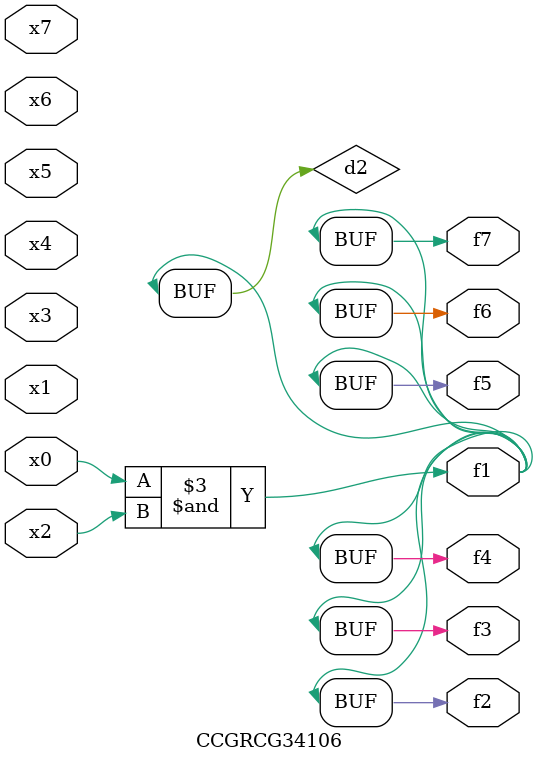
<source format=v>
module CCGRCG34106(
	input x0, x1, x2, x3, x4, x5, x6, x7,
	output f1, f2, f3, f4, f5, f6, f7
);

	wire d1, d2;

	nor (d1, x3, x6);
	and (d2, x0, x2);
	assign f1 = d2;
	assign f2 = d2;
	assign f3 = d2;
	assign f4 = d2;
	assign f5 = d2;
	assign f6 = d2;
	assign f7 = d2;
endmodule

</source>
